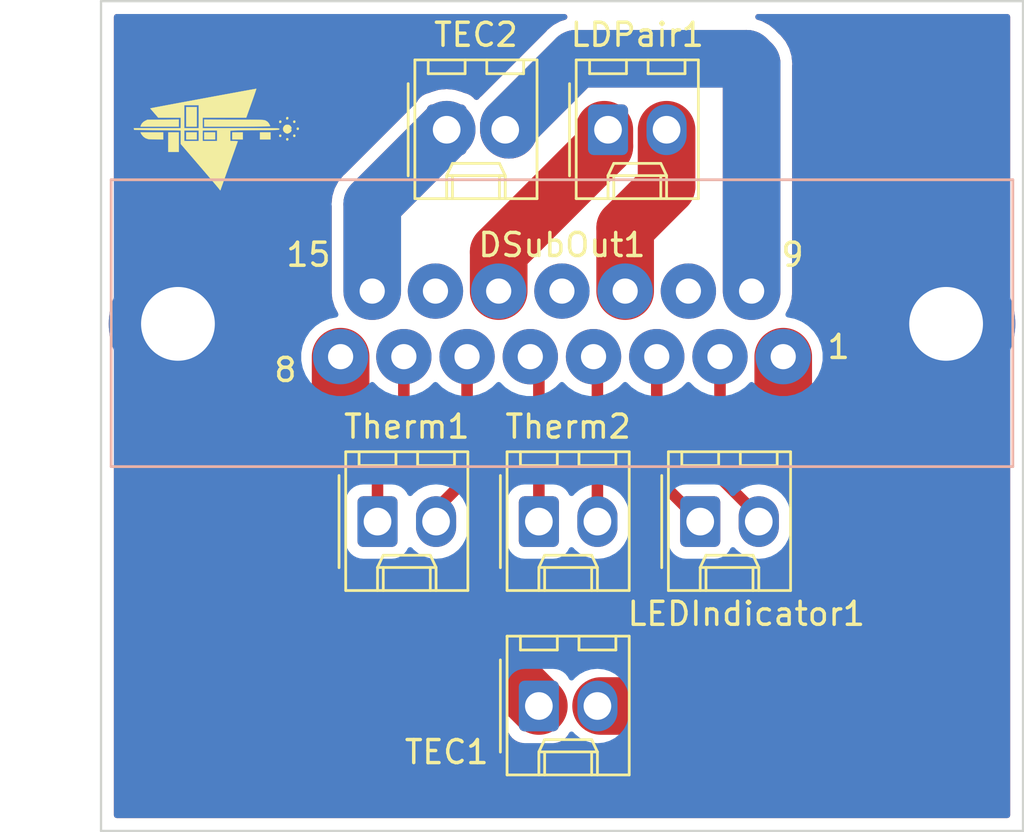
<source format=kicad_pcb>
(kicad_pcb (version 20171130) (host pcbnew "(5.1.2)-2")

  (general
    (thickness 1.6)
    (drawings 10)
    (tracks 50)
    (zones 0)
    (modules 9)
    (nets 17)
  )

  (page A4)
  (layers
    (0 F.Cu signal)
    (31 B.Cu signal)
    (32 B.Adhes user)
    (33 F.Adhes user)
    (34 B.Paste user)
    (35 F.Paste user)
    (36 B.SilkS user)
    (37 F.SilkS user)
    (38 B.Mask user)
    (39 F.Mask user)
    (40 Dwgs.User user)
    (41 Cmts.User user)
    (42 Eco1.User user)
    (43 Eco2.User user)
    (44 Edge.Cuts user)
    (45 Margin user)
    (46 B.CrtYd user)
    (47 F.CrtYd user)
    (48 B.Fab user)
    (49 F.Fab user)
  )

  (setup
    (last_trace_width 0.5)
    (user_trace_width 0.5)
    (user_trace_width 2.5)
    (user_trace_width 3)
    (trace_clearance 0.2)
    (zone_clearance 0.508)
    (zone_45_only no)
    (trace_min 0.2)
    (via_size 0.8)
    (via_drill 0.4)
    (via_min_size 0.4)
    (via_min_drill 0.3)
    (user_via 2 1)
    (user_via 3.81 3.2004)
    (user_via 4 3.2)
    (uvia_size 0.3)
    (uvia_drill 0.1)
    (uvias_allowed no)
    (uvia_min_size 0.2)
    (uvia_min_drill 0.1)
    (edge_width 0.05)
    (segment_width 0.2)
    (pcb_text_width 0.3)
    (pcb_text_size 1.5 1.5)
    (mod_edge_width 0.12)
    (mod_text_size 1 1)
    (mod_text_width 0.15)
    (pad_size 1.524 1.524)
    (pad_drill 0.762)
    (pad_to_mask_clearance 0.051)
    (solder_mask_min_width 0.25)
    (aux_axis_origin 135.9746 89.4224)
    (grid_origin 53.00472 53.42128)
    (visible_elements 7FFFFFFF)
    (pcbplotparams
      (layerselection 0x010f0_ffffffff)
      (usegerberextensions true)
      (usegerberattributes false)
      (usegerberadvancedattributes false)
      (creategerberjobfile false)
      (excludeedgelayer true)
      (linewidth 0.100000)
      (plotframeref false)
      (viasonmask false)
      (mode 1)
      (useauxorigin false)
      (hpglpennumber 1)
      (hpglpenspeed 20)
      (hpglpendiameter 15.000000)
      (psnegative false)
      (psa4output false)
      (plotreference true)
      (plotvalue true)
      (plotinvisibletext false)
      (padsonsilk false)
      (subtractmaskfromsilk false)
      (outputformat 1)
      (mirror false)
      (drillshape 0)
      (scaleselection 1)
      (outputdirectory "./"))
  )

  (net 0 "")
  (net 1 GND)
  (net 2 /TEC2-)
  (net 3 /LD-)
  (net 4 /LD+)
  (net 5 /TEC2+)
  (net 6 /TEC1-)
  (net 7 /LEDInd-)
  (net 8 /LEDInd+)
  (net 9 /Therm2-)
  (net 10 /Therm2+)
  (net 11 /Therm1-)
  (net 12 /Therm1+)
  (net 13 /TEC1+)
  (net 14 "Net-(DSubOut1-Pad10)")
  (net 15 "Net-(DSubOut1-Pad12)")
  (net 16 "Net-(DSubOut1-Pad14)")

  (net_class Default "This is the default net class."
    (clearance 0.2)
    (trace_width 0.25)
    (via_dia 0.8)
    (via_drill 0.4)
    (uvia_dia 0.3)
    (uvia_drill 0.1)
    (add_net /LD+)
    (add_net /LD-)
    (add_net /LEDInd+)
    (add_net /LEDInd-)
    (add_net /TEC1+)
    (add_net /TEC1-)
    (add_net /TEC2+)
    (add_net /TEC2-)
    (add_net /Therm1+)
    (add_net /Therm1-)
    (add_net /Therm2+)
    (add_net /Therm2-)
    (add_net GND)
    (add_net "Net-(DSubOut1-Pad10)")
    (add_net "Net-(DSubOut1-Pad12)")
    (add_net "Net-(DSubOut1-Pad14)")
  )

  (module MyFootprints:Mountinghole (layer F.Cu) (tedit 5DFA669C) (tstamp 5DFAC472)
    (at 36.34232 53.42128)
    (path /5DFA9D14)
    (zone_connect 2)
    (fp_text reference J1 (at 0 0.5) (layer F.SilkS)
      (effects (font (size 1 1) (thickness 0.15)))
    )
    (fp_text value Conn_01x01_Female (at 0 -0.5) (layer F.Fab)
      (effects (font (size 1 1) (thickness 0.15)))
    )
    (pad 1 thru_hole circle (at 0 0) (size 6 6) (drill 3.2) (layers *.Cu *.Mask)
      (net 1 GND) (zone_connect 2))
  )

  (module MyFootprints:Dsub15pin (layer F.Cu) (tedit 5DF10A79) (tstamp 5DF0D13F)
    (at 53 52)
    (path /5DF0C624)
    (fp_text reference DSubOut1 (at 0 -2) (layer F.SilkS)
      (effects (font (size 1 1) (thickness 0.15)))
    )
    (fp_text value Conn_01x15_Female (at 0 -0.5) (layer F.Fab)
      (effects (font (size 1 1) (thickness 0.15)))
    )
    (fp_line (start -19.55428 -4.8308) (end 19.56172 -4.8308) (layer B.SilkS) (width 0.12))
    (fp_line (start 19.56172 -4.8308) (end 19.56172 7.6152) (layer B.SilkS) (width 0.12))
    (fp_line (start -19.55428 7.6152) (end -19.55428 -4.8308) (layer B.SilkS) (width 0.12))
    (fp_line (start 19.56172 7.6152) (end -19.55428 7.6152) (layer B.SilkS) (width 0.12))
    (fp_line (start -19.558 -4.826) (end 19.558 -4.826) (layer B.CrtYd) (width 0.12))
    (fp_line (start -19.558 7.62) (end -19.558 -4.826) (layer B.CrtYd) (width 0.12))
    (fp_line (start 19.558 7.62) (end -19.558 7.62) (layer B.CrtYd) (width 0.12))
    (fp_line (start 19.558 -4.826) (end 19.558 7.62) (layer B.CrtYd) (width 0.12))
    (fp_circle (center 16.6624 1.4224) (end 18.2626 1.4224) (layer B.CrtYd) (width 0.12))
    (fp_circle (center -16.6624 1.4224) (end -15.0622 1.4224) (layer B.CrtYd) (width 0.12))
    (pad 9 thru_hole circle (at 8.2296 0) (size 2.4 2.4) (drill 1.0922) (layers *.Cu *.Mask)
      (net 2 /TEC2-))
    (pad 10 thru_hole circle (at 5.4864 0) (size 2.4 2.4) (drill 1.0922) (layers *.Cu *.Mask)
      (net 14 "Net-(DSubOut1-Pad10)"))
    (pad 11 thru_hole circle (at 2.7432 0) (size 2.4 2.4) (drill 1.0922) (layers *.Cu *.Mask)
      (net 3 /LD-))
    (pad 12 thru_hole circle (at 0 0) (size 2.4 2.4) (drill 1.0922) (layers *.Cu *.Mask)
      (net 15 "Net-(DSubOut1-Pad12)"))
    (pad 13 thru_hole circle (at -2.7432 0) (size 2.4 2.4) (drill 1.0922) (layers *.Cu *.Mask)
      (net 4 /LD+))
    (pad 14 thru_hole circle (at -5.4864 0) (size 2.4 2.4) (drill 1.0922) (layers *.Cu *.Mask)
      (net 16 "Net-(DSubOut1-Pad14)"))
    (pad 15 thru_hole circle (at -8.2296 0) (size 2.4 2.4) (drill 1.0922) (layers *.Cu *.Mask)
      (net 5 /TEC2+))
    (pad 1 thru_hole circle (at 9.6012 2.8448) (size 2.4 2.4) (drill 1.0922) (layers *.Cu *.Mask)
      (net 6 /TEC1-))
    (pad 2 thru_hole circle (at 6.858 2.8448) (size 2.4 2.4) (drill 1.0922) (layers *.Cu *.Mask)
      (net 7 /LEDInd-))
    (pad 3 thru_hole circle (at 4.1148 2.8448) (size 2.4 2.4) (drill 1.0922) (layers *.Cu *.Mask)
      (net 8 /LEDInd+))
    (pad 4 thru_hole circle (at 1.3716 2.8448) (size 2.4 2.4) (drill 1.0922) (layers *.Cu *.Mask)
      (net 9 /Therm2-))
    (pad 5 thru_hole circle (at -1.3716 2.8448) (size 2.4 2.4) (drill 1.0922) (layers *.Cu *.Mask)
      (net 10 /Therm2+))
    (pad 6 thru_hole circle (at -4.1148 2.8448) (size 2.4 2.4) (drill 1.0922) (layers *.Cu *.Mask)
      (net 11 /Therm1-))
    (pad 7 thru_hole circle (at -6.858 2.8448) (size 2.4 2.4) (drill 1.0922) (layers *.Cu *.Mask)
      (net 12 /Therm1+))
    (pad 8 thru_hole circle (at -9.6012 2.8448) (size 2.4 2.4) (drill 1.0922) (layers *.Cu *.Mask)
      (net 13 /TEC1+))
    (model "R:/Cuprite/CAD/Innolume laser design/Electronics box/171-015-213.STEP"
      (offset (xyz -19.6 4.88 -9))
      (scale (xyz 1 1 1))
      (rotate (xyz 180 0 0))
    )
  )

  (module MyFootprints:QLMLogo (layer F.Cu) (tedit 0) (tstamp 5DF15872)
    (at 38.00472 45.42128)
    (fp_text reference G*** (at 0 0) (layer F.SilkS) hide
      (effects (font (size 1.524 1.524) (thickness 0.3)))
    )
    (fp_text value LOGO (at 0.75 0) (layer F.SilkS) hide
      (effects (font (size 1.524 1.524) (thickness 0.3)))
    )
    (fp_poly (pts (xy 1.735721 -2.198458) (xy 1.73368 -2.184751) (xy 1.722822 -2.147505) (xy 1.702814 -2.085761)
      (xy 1.673321 -1.998559) (xy 1.634012 -1.88494) (xy 1.584552 -1.743946) (xy 1.524608 -1.574617)
      (xy 1.453846 -1.375995) (xy 1.371934 -1.14712) (xy 1.317281 -0.994834) (xy 1.300554 -0.948267)
      (xy -0.592666 -0.948267) (xy -0.592666 -0.491067) (xy 1.064988 -0.491067) (xy 1.344136 -0.491007)
      (xy 1.591263 -0.490808) (xy 1.808216 -0.490446) (xy 1.996843 -0.489894) (xy 2.158988 -0.489127)
      (xy 2.2965 -0.488118) (xy 2.411223 -0.486841) (xy 2.505006 -0.485272) (xy 2.579694 -0.483384)
      (xy 2.637133 -0.48115) (xy 2.67917 -0.478547) (xy 2.707652 -0.475546) (xy 2.724424 -0.472123)
      (xy 2.731334 -0.468252) (xy 2.731599 -0.467731) (xy 2.735626 -0.452922) (xy 2.733386 -0.440702)
      (xy 2.722026 -0.430822) (xy 2.698696 -0.423036) (xy 2.660544 -0.417096) (xy 2.604719 -0.412755)
      (xy 2.528369 -0.409764) (xy 2.428643 -0.407877) (xy 2.30269 -0.406846) (xy 2.147658 -0.406424)
      (xy 2.02438 -0.406359) (xy 1.857031 -0.406045) (xy 1.684028 -0.405172) (xy 1.512076 -0.403811)
      (xy 1.347878 -0.402033) (xy 1.198137 -0.39991) (xy 1.069559 -0.397514) (xy 0.9779 -0.395196)
      (xy 0.6096 -0.384074) (xy 0.6096 0.067733) (xy 0.770467 0.067733) (xy 0.839592 0.068836)
      (xy 0.893838 0.071801) (xy 0.925851 0.076112) (xy 0.931334 0.079033) (xy 0.925785 0.096528)
      (xy 0.909774 0.143208) (xy 0.884255 0.216373) (xy 0.850182 0.313322) (xy 0.808509 0.431357)
      (xy 0.760189 0.567776) (xy 0.706176 0.719881) (xy 0.647424 0.88497) (xy 0.584887 1.060345)
      (xy 0.564944 1.116199) (xy 0.501015 1.29528) (xy 0.440226 1.465727) (xy 0.383576 1.624731)
      (xy 0.332062 1.769482) (xy 0.286682 1.89717) (xy 0.248437 2.004985) (xy 0.218322 2.090119)
      (xy 0.197338 2.149761) (xy 0.186481 2.181101) (xy 0.1854 2.1844) (xy 0.17555 2.208557)
      (xy 0.170789 2.206523) (xy 0.159776 2.190769) (xy 0.128331 2.151371) (xy 0.078144 2.09033)
      (xy 0.0109 2.009647) (xy -0.071712 1.911323) (xy -0.168004 1.79736) (xy -0.276289 1.66976)
      (xy -0.39488 1.530524) (xy -0.522088 1.381652) (xy -0.656225 1.225148) (xy -0.6858 1.190704)
      (xy -1.540933 0.195094) (xy -1.540933 -0.389467) (xy -1.388533 -0.389467) (xy -1.388533 0.067733)
      (xy -0.762 0.067733) (xy -0.762 -0.389467) (xy -0.592666 -0.389467) (xy -0.592666 0.067733)
      (xy 0.033867 0.067733) (xy 0.033867 -0.389467) (xy -0.592666 -0.389467) (xy -0.762 -0.389467)
      (xy -1.388533 -0.389467) (xy -1.540933 -0.389467) (xy -1.697567 -0.391853) (xy -1.745786 -0.392534)
      (xy -1.823853 -0.393567) (xy -1.92775 -0.394904) (xy -2.053461 -0.396494) (xy -2.196969 -0.398285)
      (xy -2.354257 -0.400229) (xy -2.521308 -0.402274) (xy -2.694105 -0.40437) (xy -2.709333 -0.404553)
      (xy -3.564466 -0.414867) (xy -3.569878 -0.452967) (xy -3.575289 -0.491067) (xy -1.540933 -0.491067)
      (xy -1.540933 -0.948267) (xy -2.519768 -0.948267) (xy -2.863402 -1.345809) (xy -2.816001 -1.357266)
      (xy -2.783941 -1.364088) (xy -2.722028 -1.376361) (xy -2.63259 -1.393655) (xy -2.517958 -1.415538)
      (xy -2.380459 -1.441582) (xy -2.222425 -1.471354) (xy -2.122344 -1.490134) (xy -1.388533 -1.490134)
      (xy -1.388533 -0.491067) (xy -0.762 -0.491067) (xy -0.762 -1.490134) (xy -1.388533 -1.490134)
      (xy -2.122344 -1.490134) (xy -2.046184 -1.504425) (xy -1.854065 -1.540364) (xy -1.648398 -1.57874)
      (xy -1.431512 -1.619124) (xy -1.205736 -1.661084) (xy -0.9734 -1.704191) (xy -0.736833 -1.748013)
      (xy -0.498365 -1.79212) (xy -0.260324 -1.836082) (xy -0.02504 -1.879469) (xy 0.205158 -1.921849)
      (xy 0.427939 -1.962793) (xy 0.640976 -2.001869) (xy 0.841938 -2.038648) (xy 1.028497 -2.072699)
      (xy 1.198323 -2.103591) (xy 1.349086 -2.130894) (xy 1.478457 -2.154177) (xy 1.584108 -2.173011)
      (xy 1.663708 -2.186964) (xy 1.714929 -2.195606) (xy 1.735441 -2.198506) (xy 1.735721 -2.198458)) (layer F.SilkS) (width 0.01))
    (fp_poly (pts (xy -1.6256 0.541866) (xy -2.0828 0.541866) (xy -2.0828 -0.304801) (xy -1.6256 -0.304801)
      (xy -1.6256 0.541866)) (layer F.SilkS) (width 0.01))
    (fp_poly (pts (xy 3.126484 -0.035911) (xy 3.132667 -0.008467) (xy 3.122258 0.022198) (xy 3.099163 0.045572)
      (xy 3.076249 0.049463) (xy 3.060583 0.042969) (xy 3.052233 0.039585) (xy 3.034725 0.017268)
      (xy 3.032572 -0.017786) (xy 3.045027 -0.04852) (xy 3.056467 -0.056924) (xy 3.098528 -0.059505)
      (xy 3.126484 -0.035911)) (layer F.SilkS) (width 0.01))
    (fp_poly (pts (xy -2.302933 0) (xy -2.595033 -0.001856) (xy -2.696831 -0.003285) (xy -2.79197 -0.006055)
      (xy -2.873085 -0.009844) (xy -2.932811 -0.01433) (xy -2.957806 -0.017685) (xy -3.068874 -0.056298)
      (xy -3.164133 -0.123445) (xy -3.239294 -0.215812) (xy -3.258206 -0.249767) (xy -3.285936 -0.304801)
      (xy -2.302933 -0.304801) (xy -2.302933 0)) (layer F.SilkS) (width 0.01))
    (fp_poly (pts (xy 1.151467 0) (xy 0.694267 0) (xy 0.694267 -0.304801) (xy 1.151467 -0.304801)
      (xy 1.151467 0)) (layer F.SilkS) (width 0.01))
    (fp_poly (pts (xy 2.353734 0) (xy 1.896534 0) (xy 1.896534 -0.304801) (xy 2.353734 -0.304801)
      (xy 2.353734 0)) (layer F.SilkS) (width 0.01))
    (fp_poly (pts (xy 2.820283 -0.189394) (xy 2.82455 -0.154615) (xy 2.807945 -0.116574) (xy 2.772904 -0.105948)
      (xy 2.747434 -0.11262) (xy 2.729906 -0.135166) (xy 2.727797 -0.170356) (xy 2.74036 -0.201078)
      (xy 2.751667 -0.209324) (xy 2.794137 -0.212696) (xy 2.820283 -0.189394)) (layer F.SilkS) (width 0.01))
    (fp_poly (pts (xy 3.429883 -0.189394) (xy 3.43415 -0.154615) (xy 3.417545 -0.116574) (xy 3.382504 -0.105948)
      (xy 3.357033 -0.11262) (xy 3.339506 -0.135166) (xy 3.337397 -0.170356) (xy 3.34996 -0.201078)
      (xy 3.361267 -0.209324) (xy 3.403737 -0.212696) (xy 3.429883 -0.189394)) (layer F.SilkS) (width 0.01))
    (fp_poly (pts (xy 3.137562 -0.632262) (xy 3.174355 -0.620064) (xy 3.207031 -0.592431) (xy 3.218723 -0.5797)
      (xy 3.258094 -0.525732) (xy 3.267119 -0.486114) (xy 3.245809 -0.461125) (xy 3.2131 -0.452517)
      (xy 3.158067 -0.445687) (xy 3.2131 -0.442977) (xy 3.25447 -0.433472) (xy 3.267558 -0.408884)
      (xy 3.252988 -0.366868) (xy 3.239272 -0.344228) (xy 3.201361 -0.306353) (xy 3.147492 -0.273796)
      (xy 3.09364 -0.255493) (xy 3.078177 -0.254105) (xy 3.048939 -0.261492) (xy 3.007847 -0.27924)
      (xy 3.005667 -0.280352) (xy 2.940693 -0.3298) (xy 2.902883 -0.393276) (xy 2.893601 -0.464049)
      (xy 2.914211 -0.535391) (xy 2.945011 -0.5797) (xy 2.97943 -0.613375) (xy 3.01335 -0.62975)
      (xy 3.061557 -0.6348) (xy 3.081867 -0.635) (xy 3.137562 -0.632262)) (layer F.SilkS) (width 0.01))
    (fp_poly (pts (xy 3.582283 -0.494194) (xy 3.58655 -0.459415) (xy 3.569945 -0.421374) (xy 3.534904 -0.410748)
      (xy 3.509433 -0.41742) (xy 3.491906 -0.439966) (xy 3.489797 -0.475156) (xy 3.50236 -0.505878)
      (xy 3.513667 -0.514124) (xy 3.556137 -0.517496) (xy 3.582283 -0.494194)) (layer F.SilkS) (width 0.01))
    (fp_poly (pts (xy -1.6256 -0.558801) (xy -3.287349 -0.558801) (xy -3.276095 -0.596901) (xy -3.232092 -0.68733)
      (xy -3.159226 -0.762359) (xy -3.086963 -0.806899) (xy -2.988733 -0.855134) (xy -2.307166 -0.860253)
      (xy -1.6256 -0.865372) (xy -1.6256 -0.558801)) (layer F.SilkS) (width 0.01))
    (fp_poly (pts (xy 0.766234 -0.859969) (xy 1.007088 -0.859025) (xy 1.216425 -0.858083) (xy 1.396593 -0.85708)
      (xy 1.54994 -0.855956) (xy 1.678816 -0.85465) (xy 1.78557 -0.8531) (xy 1.87255 -0.851247)
      (xy 1.942105 -0.849028) (xy 1.996583 -0.846383) (xy 2.038334 -0.84325) (xy 2.069707 -0.83957)
      (xy 2.09305 -0.83528) (xy 2.110711 -0.830321) (xy 2.124902 -0.824692) (xy 2.178114 -0.796094)
      (xy 2.224611 -0.763736) (xy 2.232384 -0.756959) (xy 2.263879 -0.719968) (xy 2.2963 -0.670562)
      (xy 2.322728 -0.620704) (xy 2.336245 -0.582356) (xy 2.3368 -0.576408) (xy 2.322216 -0.572876)
      (xy 2.278129 -0.569755) (xy 2.204035 -0.567038) (xy 2.099432 -0.564719) (xy 1.963815 -0.562792)
      (xy 1.796683 -0.561251) (xy 1.597531 -0.560089) (xy 1.365856 -0.559301) (xy 1.101156 -0.55888)
      (xy 0.905934 -0.558801) (xy -0.524933 -0.558801) (xy -0.524933 -0.864803) (xy 0.766234 -0.859969)) (layer F.SilkS) (width 0.01))
    (fp_poly (pts (xy 2.821684 -0.797911) (xy 2.827867 -0.770467) (xy 2.815204 -0.735507) (xy 2.785668 -0.714201)
      (xy 2.751939 -0.713287) (xy 2.737556 -0.722489) (xy 2.726368 -0.75213) (xy 2.730386 -0.789511)
      (xy 2.746937 -0.816365) (xy 2.751667 -0.818924) (xy 2.793728 -0.821505) (xy 2.821684 -0.797911)) (layer F.SilkS) (width 0.01))
    (fp_poly (pts (xy 3.429883 -0.798994) (xy 3.43415 -0.764215) (xy 3.417545 -0.726174) (xy 3.382504 -0.715548)
      (xy 3.357033 -0.72222) (xy 3.339506 -0.744766) (xy 3.337397 -0.779956) (xy 3.34996 -0.810678)
      (xy 3.361267 -0.818924) (xy 3.403737 -0.822296) (xy 3.429883 -0.798994)) (layer F.SilkS) (width 0.01))
    (fp_poly (pts (xy 3.125089 -0.951353) (xy 3.12935 -0.916471) (xy 3.113108 -0.882255) (xy 3.082346 -0.864195)
      (xy 3.050028 -0.868646) (xy 3.04307 -0.874175) (xy 3.031376 -0.904178) (xy 3.035056 -0.941711)
      (xy 3.051615 -0.968699) (xy 3.056467 -0.971324) (xy 3.098958 -0.9747) (xy 3.125089 -0.951353)) (layer F.SilkS) (width 0.01))
    (fp_poly (pts (xy -0.846666 0) (xy -1.303866 0) (xy -1.303866 -0.304801) (xy -0.846666 -0.304801)
      (xy -0.846666 0)) (layer F.SilkS) (width 0.01))
    (fp_poly (pts (xy -0.0508 0) (xy -0.524933 0) (xy -0.524933 -0.304801) (xy -0.0508 -0.304801)
      (xy -0.0508 0)) (layer F.SilkS) (width 0.01))
    (fp_poly (pts (xy -0.846666 -0.558801) (xy -1.303866 -0.558801) (xy -1.303866 -1.405467) (xy -0.846666 -1.405467)
      (xy -0.846666 -0.558801)) (layer F.SilkS) (width 0.01))
  )

  (module Connector_Molex:Molex_KK-254_AE-6410-02A_1x02_P2.54mm_Vertical (layer F.Cu) (tedit 5B78013E) (tstamp 5DF0D163)
    (at 55 45)
    (descr "Molex KK-254 Interconnect System, old/engineering part number: AE-6410-02A example for new part number: 22-27-2021, 2 Pins (http://www.molex.com/pdm_docs/sd/022272021_sd.pdf), generated with kicad-footprint-generator")
    (tags "connector Molex KK-254 side entry")
    (path /5DF0DF61)
    (fp_text reference LDPair1 (at 1.27 -4.12) (layer F.SilkS)
      (effects (font (size 1 1) (thickness 0.15)))
    )
    (fp_text value Conn_01x02_Male (at 1.27 4.08) (layer F.Fab)
      (effects (font (size 1 1) (thickness 0.15)))
    )
    (fp_line (start -1.27 -2.92) (end -1.27 2.88) (layer F.Fab) (width 0.1))
    (fp_line (start -1.27 2.88) (end 3.81 2.88) (layer F.Fab) (width 0.1))
    (fp_line (start 3.81 2.88) (end 3.81 -2.92) (layer F.Fab) (width 0.1))
    (fp_line (start 3.81 -2.92) (end -1.27 -2.92) (layer F.Fab) (width 0.1))
    (fp_line (start -1.38 -3.03) (end -1.38 2.99) (layer F.SilkS) (width 0.12))
    (fp_line (start -1.38 2.99) (end 3.92 2.99) (layer F.SilkS) (width 0.12))
    (fp_line (start 3.92 2.99) (end 3.92 -3.03) (layer F.SilkS) (width 0.12))
    (fp_line (start 3.92 -3.03) (end -1.38 -3.03) (layer F.SilkS) (width 0.12))
    (fp_line (start -1.67 -2) (end -1.67 2) (layer F.SilkS) (width 0.12))
    (fp_line (start -1.27 -0.5) (end -0.562893 0) (layer F.Fab) (width 0.1))
    (fp_line (start -0.562893 0) (end -1.27 0.5) (layer F.Fab) (width 0.1))
    (fp_line (start 0 2.99) (end 0 1.99) (layer F.SilkS) (width 0.12))
    (fp_line (start 0 1.99) (end 2.54 1.99) (layer F.SilkS) (width 0.12))
    (fp_line (start 2.54 1.99) (end 2.54 2.99) (layer F.SilkS) (width 0.12))
    (fp_line (start 0 1.99) (end 0.25 1.46) (layer F.SilkS) (width 0.12))
    (fp_line (start 0.25 1.46) (end 2.29 1.46) (layer F.SilkS) (width 0.12))
    (fp_line (start 2.29 1.46) (end 2.54 1.99) (layer F.SilkS) (width 0.12))
    (fp_line (start 0.25 2.99) (end 0.25 1.99) (layer F.SilkS) (width 0.12))
    (fp_line (start 2.29 2.99) (end 2.29 1.99) (layer F.SilkS) (width 0.12))
    (fp_line (start -0.8 -3.03) (end -0.8 -2.43) (layer F.SilkS) (width 0.12))
    (fp_line (start -0.8 -2.43) (end 0.8 -2.43) (layer F.SilkS) (width 0.12))
    (fp_line (start 0.8 -2.43) (end 0.8 -3.03) (layer F.SilkS) (width 0.12))
    (fp_line (start 1.74 -3.03) (end 1.74 -2.43) (layer F.SilkS) (width 0.12))
    (fp_line (start 1.74 -2.43) (end 3.34 -2.43) (layer F.SilkS) (width 0.12))
    (fp_line (start 3.34 -2.43) (end 3.34 -3.03) (layer F.SilkS) (width 0.12))
    (fp_line (start -1.77 -3.42) (end -1.77 3.38) (layer F.CrtYd) (width 0.05))
    (fp_line (start -1.77 3.38) (end 4.31 3.38) (layer F.CrtYd) (width 0.05))
    (fp_line (start 4.31 3.38) (end 4.31 -3.42) (layer F.CrtYd) (width 0.05))
    (fp_line (start 4.31 -3.42) (end -1.77 -3.42) (layer F.CrtYd) (width 0.05))
    (fp_text user %R (at 1.27 -2.22) (layer F.Fab)
      (effects (font (size 1 1) (thickness 0.15)))
    )
    (pad 1 thru_hole roundrect (at 0 0) (size 1.74 2.2) (drill 1.2) (layers *.Cu *.Mask) (roundrect_rratio 0.143678)
      (net 4 /LD+))
    (pad 2 thru_hole oval (at 2.54 0) (size 1.74 2.2) (drill 1.2) (layers *.Cu *.Mask)
      (net 3 /LD-))
    (model ${KISYS3DMOD}/Connector_Molex.3dshapes/Molex_KK-254_AE-6410-02A_1x02_P2.54mm_Vertical.wrl
      (at (xyz 0 0 0))
      (scale (xyz 1 1 1))
      (rotate (xyz 0 0 0))
    )
  )

  (module Connector_Molex:Molex_KK-254_AE-6410-02A_1x02_P2.54mm_Vertical (layer F.Cu) (tedit 5B78013E) (tstamp 5DF0D187)
    (at 59 62)
    (descr "Molex KK-254 Interconnect System, old/engineering part number: AE-6410-02A example for new part number: 22-27-2021, 2 Pins (http://www.molex.com/pdm_docs/sd/022272021_sd.pdf), generated with kicad-footprint-generator")
    (tags "connector Molex KK-254 side entry")
    (path /5DF1425C)
    (fp_text reference LEDIndicator1 (at 2 4) (layer F.SilkS)
      (effects (font (size 1 1) (thickness 0.15)))
    )
    (fp_text value Conn_01x02_Male (at 1.27 4.08) (layer F.Fab)
      (effects (font (size 1 1) (thickness 0.15)))
    )
    (fp_text user %R (at 1.27 -2.22) (layer F.Fab)
      (effects (font (size 1 1) (thickness 0.15)))
    )
    (fp_line (start 4.31 -3.42) (end -1.77 -3.42) (layer F.CrtYd) (width 0.05))
    (fp_line (start 4.31 3.38) (end 4.31 -3.42) (layer F.CrtYd) (width 0.05))
    (fp_line (start -1.77 3.38) (end 4.31 3.38) (layer F.CrtYd) (width 0.05))
    (fp_line (start -1.77 -3.42) (end -1.77 3.38) (layer F.CrtYd) (width 0.05))
    (fp_line (start 3.34 -2.43) (end 3.34 -3.03) (layer F.SilkS) (width 0.12))
    (fp_line (start 1.74 -2.43) (end 3.34 -2.43) (layer F.SilkS) (width 0.12))
    (fp_line (start 1.74 -3.03) (end 1.74 -2.43) (layer F.SilkS) (width 0.12))
    (fp_line (start 0.8 -2.43) (end 0.8 -3.03) (layer F.SilkS) (width 0.12))
    (fp_line (start -0.8 -2.43) (end 0.8 -2.43) (layer F.SilkS) (width 0.12))
    (fp_line (start -0.8 -3.03) (end -0.8 -2.43) (layer F.SilkS) (width 0.12))
    (fp_line (start 2.29 2.99) (end 2.29 1.99) (layer F.SilkS) (width 0.12))
    (fp_line (start 0.25 2.99) (end 0.25 1.99) (layer F.SilkS) (width 0.12))
    (fp_line (start 2.29 1.46) (end 2.54 1.99) (layer F.SilkS) (width 0.12))
    (fp_line (start 0.25 1.46) (end 2.29 1.46) (layer F.SilkS) (width 0.12))
    (fp_line (start 0 1.99) (end 0.25 1.46) (layer F.SilkS) (width 0.12))
    (fp_line (start 2.54 1.99) (end 2.54 2.99) (layer F.SilkS) (width 0.12))
    (fp_line (start 0 1.99) (end 2.54 1.99) (layer F.SilkS) (width 0.12))
    (fp_line (start 0 2.99) (end 0 1.99) (layer F.SilkS) (width 0.12))
    (fp_line (start -0.562893 0) (end -1.27 0.5) (layer F.Fab) (width 0.1))
    (fp_line (start -1.27 -0.5) (end -0.562893 0) (layer F.Fab) (width 0.1))
    (fp_line (start -1.67 -2) (end -1.67 2) (layer F.SilkS) (width 0.12))
    (fp_line (start 3.92 -3.03) (end -1.38 -3.03) (layer F.SilkS) (width 0.12))
    (fp_line (start 3.92 2.99) (end 3.92 -3.03) (layer F.SilkS) (width 0.12))
    (fp_line (start -1.38 2.99) (end 3.92 2.99) (layer F.SilkS) (width 0.12))
    (fp_line (start -1.38 -3.03) (end -1.38 2.99) (layer F.SilkS) (width 0.12))
    (fp_line (start 3.81 -2.92) (end -1.27 -2.92) (layer F.Fab) (width 0.1))
    (fp_line (start 3.81 2.88) (end 3.81 -2.92) (layer F.Fab) (width 0.1))
    (fp_line (start -1.27 2.88) (end 3.81 2.88) (layer F.Fab) (width 0.1))
    (fp_line (start -1.27 -2.92) (end -1.27 2.88) (layer F.Fab) (width 0.1))
    (pad 2 thru_hole oval (at 2.54 0) (size 1.74 2.2) (drill 1.2) (layers *.Cu *.Mask)
      (net 7 /LEDInd-))
    (pad 1 thru_hole roundrect (at 0 0) (size 1.74 2.2) (drill 1.2) (layers *.Cu *.Mask) (roundrect_rratio 0.143678)
      (net 8 /LEDInd+))
    (model ${KISYS3DMOD}/Connector_Molex.3dshapes/Molex_KK-254_AE-6410-02A_1x02_P2.54mm_Vertical.wrl
      (at (xyz 0 0 0))
      (scale (xyz 1 1 1))
      (rotate (xyz 0 0 0))
    )
  )

  (module Connector_Molex:Molex_KK-254_AE-6410-02A_1x02_P2.54mm_Vertical (layer F.Cu) (tedit 5B78013E) (tstamp 5DF0D1AB)
    (at 52 70)
    (descr "Molex KK-254 Interconnect System, old/engineering part number: AE-6410-02A example for new part number: 22-27-2021, 2 Pins (http://www.molex.com/pdm_docs/sd/022272021_sd.pdf), generated with kicad-footprint-generator")
    (tags "connector Molex KK-254 side entry")
    (path /5DF1292C)
    (fp_text reference TEC1 (at -4 2) (layer F.SilkS)
      (effects (font (size 1 1) (thickness 0.15)))
    )
    (fp_text value Conn_01x02_Male (at 1.27 4.08) (layer F.Fab)
      (effects (font (size 1 1) (thickness 0.15)))
    )
    (fp_text user %R (at 1.27 -2.22) (layer F.Fab)
      (effects (font (size 1 1) (thickness 0.15)))
    )
    (fp_line (start 4.31 -3.42) (end -1.77 -3.42) (layer F.CrtYd) (width 0.05))
    (fp_line (start 4.31 3.38) (end 4.31 -3.42) (layer F.CrtYd) (width 0.05))
    (fp_line (start -1.77 3.38) (end 4.31 3.38) (layer F.CrtYd) (width 0.05))
    (fp_line (start -1.77 -3.42) (end -1.77 3.38) (layer F.CrtYd) (width 0.05))
    (fp_line (start 3.34 -2.43) (end 3.34 -3.03) (layer F.SilkS) (width 0.12))
    (fp_line (start 1.74 -2.43) (end 3.34 -2.43) (layer F.SilkS) (width 0.12))
    (fp_line (start 1.74 -3.03) (end 1.74 -2.43) (layer F.SilkS) (width 0.12))
    (fp_line (start 0.8 -2.43) (end 0.8 -3.03) (layer F.SilkS) (width 0.12))
    (fp_line (start -0.8 -2.43) (end 0.8 -2.43) (layer F.SilkS) (width 0.12))
    (fp_line (start -0.8 -3.03) (end -0.8 -2.43) (layer F.SilkS) (width 0.12))
    (fp_line (start 2.29 2.99) (end 2.29 1.99) (layer F.SilkS) (width 0.12))
    (fp_line (start 0.25 2.99) (end 0.25 1.99) (layer F.SilkS) (width 0.12))
    (fp_line (start 2.29 1.46) (end 2.54 1.99) (layer F.SilkS) (width 0.12))
    (fp_line (start 0.25 1.46) (end 2.29 1.46) (layer F.SilkS) (width 0.12))
    (fp_line (start 0 1.99) (end 0.25 1.46) (layer F.SilkS) (width 0.12))
    (fp_line (start 2.54 1.99) (end 2.54 2.99) (layer F.SilkS) (width 0.12))
    (fp_line (start 0 1.99) (end 2.54 1.99) (layer F.SilkS) (width 0.12))
    (fp_line (start 0 2.99) (end 0 1.99) (layer F.SilkS) (width 0.12))
    (fp_line (start -0.562893 0) (end -1.27 0.5) (layer F.Fab) (width 0.1))
    (fp_line (start -1.27 -0.5) (end -0.562893 0) (layer F.Fab) (width 0.1))
    (fp_line (start -1.67 -2) (end -1.67 2) (layer F.SilkS) (width 0.12))
    (fp_line (start 3.92 -3.03) (end -1.38 -3.03) (layer F.SilkS) (width 0.12))
    (fp_line (start 3.92 2.99) (end 3.92 -3.03) (layer F.SilkS) (width 0.12))
    (fp_line (start -1.38 2.99) (end 3.92 2.99) (layer F.SilkS) (width 0.12))
    (fp_line (start -1.38 -3.03) (end -1.38 2.99) (layer F.SilkS) (width 0.12))
    (fp_line (start 3.81 -2.92) (end -1.27 -2.92) (layer F.Fab) (width 0.1))
    (fp_line (start 3.81 2.88) (end 3.81 -2.92) (layer F.Fab) (width 0.1))
    (fp_line (start -1.27 2.88) (end 3.81 2.88) (layer F.Fab) (width 0.1))
    (fp_line (start -1.27 -2.92) (end -1.27 2.88) (layer F.Fab) (width 0.1))
    (pad 2 thru_hole oval (at 2.54 0) (size 1.74 2.2) (drill 1.2) (layers *.Cu *.Mask)
      (net 6 /TEC1-))
    (pad 1 thru_hole roundrect (at 0 0) (size 1.74 2.2) (drill 1.2) (layers *.Cu *.Mask) (roundrect_rratio 0.143678)
      (net 13 /TEC1+))
    (model ${KISYS3DMOD}/Connector_Molex.3dshapes/Molex_KK-254_AE-6410-02A_1x02_P2.54mm_Vertical.wrl
      (at (xyz 0 0 0))
      (scale (xyz 1 1 1))
      (rotate (xyz 0 0 0))
    )
  )

  (module Connector_Molex:Molex_KK-254_AE-6410-02A_1x02_P2.54mm_Vertical (layer F.Cu) (tedit 5B78013E) (tstamp 5DF0D1CF)
    (at 48 45)
    (descr "Molex KK-254 Interconnect System, old/engineering part number: AE-6410-02A example for new part number: 22-27-2021, 2 Pins (http://www.molex.com/pdm_docs/sd/022272021_sd.pdf), generated with kicad-footprint-generator")
    (tags "connector Molex KK-254 side entry")
    (path /5DF133B6)
    (fp_text reference TEC2 (at 1.27 -4.12) (layer F.SilkS)
      (effects (font (size 1 1) (thickness 0.15)))
    )
    (fp_text value Conn_01x02_Male (at 1.27 4.08) (layer F.Fab)
      (effects (font (size 1 1) (thickness 0.15)))
    )
    (fp_text user %R (at 1.27 -2.22) (layer F.Fab)
      (effects (font (size 1 1) (thickness 0.15)))
    )
    (fp_line (start 4.31 -3.42) (end -1.77 -3.42) (layer F.CrtYd) (width 0.05))
    (fp_line (start 4.31 3.38) (end 4.31 -3.42) (layer F.CrtYd) (width 0.05))
    (fp_line (start -1.77 3.38) (end 4.31 3.38) (layer F.CrtYd) (width 0.05))
    (fp_line (start -1.77 -3.42) (end -1.77 3.38) (layer F.CrtYd) (width 0.05))
    (fp_line (start 3.34 -2.43) (end 3.34 -3.03) (layer F.SilkS) (width 0.12))
    (fp_line (start 1.74 -2.43) (end 3.34 -2.43) (layer F.SilkS) (width 0.12))
    (fp_line (start 1.74 -3.03) (end 1.74 -2.43) (layer F.SilkS) (width 0.12))
    (fp_line (start 0.8 -2.43) (end 0.8 -3.03) (layer F.SilkS) (width 0.12))
    (fp_line (start -0.8 -2.43) (end 0.8 -2.43) (layer F.SilkS) (width 0.12))
    (fp_line (start -0.8 -3.03) (end -0.8 -2.43) (layer F.SilkS) (width 0.12))
    (fp_line (start 2.29 2.99) (end 2.29 1.99) (layer F.SilkS) (width 0.12))
    (fp_line (start 0.25 2.99) (end 0.25 1.99) (layer F.SilkS) (width 0.12))
    (fp_line (start 2.29 1.46) (end 2.54 1.99) (layer F.SilkS) (width 0.12))
    (fp_line (start 0.25 1.46) (end 2.29 1.46) (layer F.SilkS) (width 0.12))
    (fp_line (start 0 1.99) (end 0.25 1.46) (layer F.SilkS) (width 0.12))
    (fp_line (start 2.54 1.99) (end 2.54 2.99) (layer F.SilkS) (width 0.12))
    (fp_line (start 0 1.99) (end 2.54 1.99) (layer F.SilkS) (width 0.12))
    (fp_line (start 0 2.99) (end 0 1.99) (layer F.SilkS) (width 0.12))
    (fp_line (start -0.562893 0) (end -1.27 0.5) (layer F.Fab) (width 0.1))
    (fp_line (start -1.27 -0.5) (end -0.562893 0) (layer F.Fab) (width 0.1))
    (fp_line (start -1.67 -2) (end -1.67 2) (layer F.SilkS) (width 0.12))
    (fp_line (start 3.92 -3.03) (end -1.38 -3.03) (layer F.SilkS) (width 0.12))
    (fp_line (start 3.92 2.99) (end 3.92 -3.03) (layer F.SilkS) (width 0.12))
    (fp_line (start -1.38 2.99) (end 3.92 2.99) (layer F.SilkS) (width 0.12))
    (fp_line (start -1.38 -3.03) (end -1.38 2.99) (layer F.SilkS) (width 0.12))
    (fp_line (start 3.81 -2.92) (end -1.27 -2.92) (layer F.Fab) (width 0.1))
    (fp_line (start 3.81 2.88) (end 3.81 -2.92) (layer F.Fab) (width 0.1))
    (fp_line (start -1.27 2.88) (end 3.81 2.88) (layer F.Fab) (width 0.1))
    (fp_line (start -1.27 -2.92) (end -1.27 2.88) (layer F.Fab) (width 0.1))
    (pad 2 thru_hole oval (at 2.54 0) (size 1.74 2.2) (drill 1.2) (layers *.Cu *.Mask)
      (net 2 /TEC2-))
    (pad 1 thru_hole roundrect (at 0 0) (size 1.74 2.2) (drill 1.2) (layers *.Cu *.Mask) (roundrect_rratio 0.143678)
      (net 5 /TEC2+))
    (model ${KISYS3DMOD}/Connector_Molex.3dshapes/Molex_KK-254_AE-6410-02A_1x02_P2.54mm_Vertical.wrl
      (at (xyz 0 0 0))
      (scale (xyz 1 1 1))
      (rotate (xyz 0 0 0))
    )
  )

  (module Connector_Molex:Molex_KK-254_AE-6410-02A_1x02_P2.54mm_Vertical (layer F.Cu) (tedit 5B78013E) (tstamp 5DF0D1F3)
    (at 45 62)
    (descr "Molex KK-254 Interconnect System, old/engineering part number: AE-6410-02A example for new part number: 22-27-2021, 2 Pins (http://www.molex.com/pdm_docs/sd/022272021_sd.pdf), generated with kicad-footprint-generator")
    (tags "connector Molex KK-254 side entry")
    (path /5DF12EE9)
    (fp_text reference Therm1 (at 1.27 -4.12) (layer F.SilkS)
      (effects (font (size 1 1) (thickness 0.15)))
    )
    (fp_text value Conn_01x02_Male (at 1.27 4.08) (layer F.Fab)
      (effects (font (size 1 1) (thickness 0.15)))
    )
    (fp_line (start -1.27 -2.92) (end -1.27 2.88) (layer F.Fab) (width 0.1))
    (fp_line (start -1.27 2.88) (end 3.81 2.88) (layer F.Fab) (width 0.1))
    (fp_line (start 3.81 2.88) (end 3.81 -2.92) (layer F.Fab) (width 0.1))
    (fp_line (start 3.81 -2.92) (end -1.27 -2.92) (layer F.Fab) (width 0.1))
    (fp_line (start -1.38 -3.03) (end -1.38 2.99) (layer F.SilkS) (width 0.12))
    (fp_line (start -1.38 2.99) (end 3.92 2.99) (layer F.SilkS) (width 0.12))
    (fp_line (start 3.92 2.99) (end 3.92 -3.03) (layer F.SilkS) (width 0.12))
    (fp_line (start 3.92 -3.03) (end -1.38 -3.03) (layer F.SilkS) (width 0.12))
    (fp_line (start -1.67 -2) (end -1.67 2) (layer F.SilkS) (width 0.12))
    (fp_line (start -1.27 -0.5) (end -0.562893 0) (layer F.Fab) (width 0.1))
    (fp_line (start -0.562893 0) (end -1.27 0.5) (layer F.Fab) (width 0.1))
    (fp_line (start 0 2.99) (end 0 1.99) (layer F.SilkS) (width 0.12))
    (fp_line (start 0 1.99) (end 2.54 1.99) (layer F.SilkS) (width 0.12))
    (fp_line (start 2.54 1.99) (end 2.54 2.99) (layer F.SilkS) (width 0.12))
    (fp_line (start 0 1.99) (end 0.25 1.46) (layer F.SilkS) (width 0.12))
    (fp_line (start 0.25 1.46) (end 2.29 1.46) (layer F.SilkS) (width 0.12))
    (fp_line (start 2.29 1.46) (end 2.54 1.99) (layer F.SilkS) (width 0.12))
    (fp_line (start 0.25 2.99) (end 0.25 1.99) (layer F.SilkS) (width 0.12))
    (fp_line (start 2.29 2.99) (end 2.29 1.99) (layer F.SilkS) (width 0.12))
    (fp_line (start -0.8 -3.03) (end -0.8 -2.43) (layer F.SilkS) (width 0.12))
    (fp_line (start -0.8 -2.43) (end 0.8 -2.43) (layer F.SilkS) (width 0.12))
    (fp_line (start 0.8 -2.43) (end 0.8 -3.03) (layer F.SilkS) (width 0.12))
    (fp_line (start 1.74 -3.03) (end 1.74 -2.43) (layer F.SilkS) (width 0.12))
    (fp_line (start 1.74 -2.43) (end 3.34 -2.43) (layer F.SilkS) (width 0.12))
    (fp_line (start 3.34 -2.43) (end 3.34 -3.03) (layer F.SilkS) (width 0.12))
    (fp_line (start -1.77 -3.42) (end -1.77 3.38) (layer F.CrtYd) (width 0.05))
    (fp_line (start -1.77 3.38) (end 4.31 3.38) (layer F.CrtYd) (width 0.05))
    (fp_line (start 4.31 3.38) (end 4.31 -3.42) (layer F.CrtYd) (width 0.05))
    (fp_line (start 4.31 -3.42) (end -1.77 -3.42) (layer F.CrtYd) (width 0.05))
    (fp_text user %R (at 1.27 -2.22) (layer F.Fab)
      (effects (font (size 1 1) (thickness 0.15)))
    )
    (pad 1 thru_hole roundrect (at 0 0) (size 1.74 2.2) (drill 1.2) (layers *.Cu *.Mask) (roundrect_rratio 0.143678)
      (net 12 /Therm1+))
    (pad 2 thru_hole oval (at 2.54 0) (size 1.74 2.2) (drill 1.2) (layers *.Cu *.Mask)
      (net 11 /Therm1-))
    (model ${KISYS3DMOD}/Connector_Molex.3dshapes/Molex_KK-254_AE-6410-02A_1x02_P2.54mm_Vertical.wrl
      (at (xyz 0 0 0))
      (scale (xyz 1 1 1))
      (rotate (xyz 0 0 0))
    )
  )

  (module Connector_Molex:Molex_KK-254_AE-6410-02A_1x02_P2.54mm_Vertical (layer F.Cu) (tedit 5B78013E) (tstamp 5DF0D217)
    (at 52 62)
    (descr "Molex KK-254 Interconnect System, old/engineering part number: AE-6410-02A example for new part number: 22-27-2021, 2 Pins (http://www.molex.com/pdm_docs/sd/022272021_sd.pdf), generated with kicad-footprint-generator")
    (tags "connector Molex KK-254 side entry")
    (path /5DF13AD3)
    (fp_text reference Therm2 (at 1.27 -4.12) (layer F.SilkS)
      (effects (font (size 1 1) (thickness 0.15)))
    )
    (fp_text value Conn_01x02_Male (at 1.27 4.08) (layer F.Fab)
      (effects (font (size 1 1) (thickness 0.15)))
    )
    (fp_line (start -1.27 -2.92) (end -1.27 2.88) (layer F.Fab) (width 0.1))
    (fp_line (start -1.27 2.88) (end 3.81 2.88) (layer F.Fab) (width 0.1))
    (fp_line (start 3.81 2.88) (end 3.81 -2.92) (layer F.Fab) (width 0.1))
    (fp_line (start 3.81 -2.92) (end -1.27 -2.92) (layer F.Fab) (width 0.1))
    (fp_line (start -1.38 -3.03) (end -1.38 2.99) (layer F.SilkS) (width 0.12))
    (fp_line (start -1.38 2.99) (end 3.92 2.99) (layer F.SilkS) (width 0.12))
    (fp_line (start 3.92 2.99) (end 3.92 -3.03) (layer F.SilkS) (width 0.12))
    (fp_line (start 3.92 -3.03) (end -1.38 -3.03) (layer F.SilkS) (width 0.12))
    (fp_line (start -1.67 -2) (end -1.67 2) (layer F.SilkS) (width 0.12))
    (fp_line (start -1.27 -0.5) (end -0.562893 0) (layer F.Fab) (width 0.1))
    (fp_line (start -0.562893 0) (end -1.27 0.5) (layer F.Fab) (width 0.1))
    (fp_line (start 0 2.99) (end 0 1.99) (layer F.SilkS) (width 0.12))
    (fp_line (start 0 1.99) (end 2.54 1.99) (layer F.SilkS) (width 0.12))
    (fp_line (start 2.54 1.99) (end 2.54 2.99) (layer F.SilkS) (width 0.12))
    (fp_line (start 0 1.99) (end 0.25 1.46) (layer F.SilkS) (width 0.12))
    (fp_line (start 0.25 1.46) (end 2.29 1.46) (layer F.SilkS) (width 0.12))
    (fp_line (start 2.29 1.46) (end 2.54 1.99) (layer F.SilkS) (width 0.12))
    (fp_line (start 0.25 2.99) (end 0.25 1.99) (layer F.SilkS) (width 0.12))
    (fp_line (start 2.29 2.99) (end 2.29 1.99) (layer F.SilkS) (width 0.12))
    (fp_line (start -0.8 -3.03) (end -0.8 -2.43) (layer F.SilkS) (width 0.12))
    (fp_line (start -0.8 -2.43) (end 0.8 -2.43) (layer F.SilkS) (width 0.12))
    (fp_line (start 0.8 -2.43) (end 0.8 -3.03) (layer F.SilkS) (width 0.12))
    (fp_line (start 1.74 -3.03) (end 1.74 -2.43) (layer F.SilkS) (width 0.12))
    (fp_line (start 1.74 -2.43) (end 3.34 -2.43) (layer F.SilkS) (width 0.12))
    (fp_line (start 3.34 -2.43) (end 3.34 -3.03) (layer F.SilkS) (width 0.12))
    (fp_line (start -1.77 -3.42) (end -1.77 3.38) (layer F.CrtYd) (width 0.05))
    (fp_line (start -1.77 3.38) (end 4.31 3.38) (layer F.CrtYd) (width 0.05))
    (fp_line (start 4.31 3.38) (end 4.31 -3.42) (layer F.CrtYd) (width 0.05))
    (fp_line (start 4.31 -3.42) (end -1.77 -3.42) (layer F.CrtYd) (width 0.05))
    (fp_text user %R (at 1.27 -2.22) (layer F.Fab)
      (effects (font (size 1 1) (thickness 0.15)))
    )
    (pad 1 thru_hole roundrect (at 0 0) (size 1.74 2.2) (drill 1.2) (layers *.Cu *.Mask) (roundrect_rratio 0.143678)
      (net 10 /Therm2+))
    (pad 2 thru_hole oval (at 2.54 0) (size 1.74 2.2) (drill 1.2) (layers *.Cu *.Mask)
      (net 9 /Therm2-))
    (model ${KISYS3DMOD}/Connector_Molex.3dshapes/Molex_KK-254_AE-6410-02A_1x02_P2.54mm_Vertical.wrl
      (at (xyz 0 0 0))
      (scale (xyz 1 1 1))
      (rotate (xyz 0 0 0))
    )
  )

  (gr_circle (center 69.69112 53.42128) (end 71.19112 53.42128) (layer B.Mask) (width 3) (tstamp 5DFAC7A1))
  (gr_circle (center 69.69112 53.42128) (end 71.19112 53.42128) (layer F.Mask) (width 3) (tstamp 5DF16DED))
  (gr_line (start 33.00472 75.42128) (end 33.00472 39.42128) (layer Edge.Cuts) (width 0.1))
  (gr_line (start 73.00472 75.42128) (end 33.00472 75.42128) (layer Edge.Cuts) (width 0.1))
  (gr_line (start 73.00472 39.42128) (end 73.00472 75.42128) (layer Edge.Cuts) (width 0.1))
  (gr_line (start 33.00472 39.42128) (end 73.00472 39.42128) (layer Edge.Cuts) (width 0.1))
  (gr_text 8 (at 41.00472 55.42128) (layer F.SilkS)
    (effects (font (size 1 1) (thickness 0.15)))
  )
  (gr_text 15 (at 42.00472 50.42128) (layer F.SilkS)
    (effects (font (size 1 1) (thickness 0.15)))
  )
  (gr_text 9 (at 63.00472 50.42128) (layer F.SilkS)
    (effects (font (size 1 1) (thickness 0.15)))
  )
  (gr_text 1 (at 65.00472 54.42128) (layer F.SilkS)
    (effects (font (size 1 1) (thickness 0.15)))
  )

  (via (at 69.66712 53.42128) (size 6) (drill 3.2) (layers F.Cu B.Cu) (net 1))
  (segment (start 50.70001 44.83999) (end 50.70001 45) (width 2.5) (layer F.Cu) (net 2))
  (segment (start 61.2296 52) (end 61.2296 42.14616) (width 2.5) (layer B.Cu) (net 2))
  (segment (start 61.2296 42.14616) (end 61.00472 41.92128) (width 2.5) (layer B.Cu) (net 2))
  (segment (start 50.700009 44.839991) (end 50.700009 45) (width 2.5) (layer B.Cu) (net 2))
  (segment (start 61.00472 41.92128) (end 53.61872 41.92128) (width 2.5) (layer B.Cu) (net 2))
  (segment (start 53.61872 41.92128) (end 50.700009 44.839991) (width 2.5) (layer B.Cu) (net 2))
  (segment (start 61.2296 52) (end 61.2296 42.14616) (width 2.5) (layer F.Cu) (net 2))
  (segment (start 61.2296 42.14616) (end 61.00472 41.92128) (width 2.5) (layer F.Cu) (net 2))
  (segment (start 50.700009 44.839991) (end 50.700009 45) (width 2.5) (layer F.Cu) (net 2))
  (segment (start 61.00472 41.92128) (end 53.61872 41.92128) (width 2.5) (layer F.Cu) (net 2))
  (segment (start 53.61872 41.92128) (end 50.700009 44.839991) (width 2.5) (layer F.Cu) (net 2))
  (segment (start 57.54 47.46) (end 57.54 45) (width 2.5) (layer F.Cu) (net 3))
  (segment (start 55.7432 52) (end 55.7432 49.2568) (width 2.5) (layer F.Cu) (net 3))
  (segment (start 55.7432 49.2568) (end 57.54 47.46) (width 2.5) (layer F.Cu) (net 3))
  (segment (start 54.83999 45.719754) (end 54.83999 45) (width 2.5) (layer F.Cu) (net 4))
  (segment (start 50.2568 52) (end 50.2568 50.302944) (width 2.5) (layer F.Cu) (net 4))
  (segment (start 50.2568 50.302944) (end 54.83999 45.719754) (width 2.5) (layer F.Cu) (net 4))
  (segment (start 44.7704 48.2296) (end 48 45) (width 2.5) (layer B.Cu) (net 5))
  (segment (start 44.7704 52) (end 44.7704 48.2296) (width 2.5) (layer B.Cu) (net 5))
  (segment (start 44.7704 48.2296) (end 44.7704 52) (width 2.5) (layer F.Cu) (net 5))
  (segment (start 48 45) (end 44.7704 48.2296) (width 2.5) (layer F.Cu) (net 5))
  (segment (start 59 70) (end 54.700009 70) (width 2.5) (layer F.Cu) (net 6))
  (segment (start 65 64) (end 59 70) (width 2.5) (layer F.Cu) (net 6))
  (segment (start 65 59) (end 65 64) (width 2.5) (layer F.Cu) (net 6))
  (segment (start 62.6012 54.8448) (end 62.6012 56.6012) (width 2.5) (layer F.Cu) (net 6))
  (segment (start 62.6012 56.6012) (end 65 59) (width 2.5) (layer F.Cu) (net 6))
  (segment (start 59.858 60.088) (end 59.858 54.8448) (width 0.5) (layer F.Cu) (net 7))
  (segment (start 61.54 62) (end 61.54 61.77) (width 0.5) (layer F.Cu) (net 7))
  (segment (start 61.54 61.77) (end 59.858 60.088) (width 0.5) (layer F.Cu) (net 7))
  (segment (start 57.1148 60.1148) (end 57.1148 54.8448) (width 0.5) (layer F.Cu) (net 8))
  (segment (start 59 62) (end 57.1148 60.1148) (width 0.5) (layer F.Cu) (net 8))
  (segment (start 54.54 55.0132) (end 54.3716 54.8448) (width 0.5) (layer F.Cu) (net 9))
  (segment (start 54.54 62) (end 54.54 55.0132) (width 0.5) (layer F.Cu) (net 9))
  (segment (start 52 55.2164) (end 51.6284 54.8448) (width 0.5) (layer F.Cu) (net 10))
  (segment (start 52 62) (end 52 55.2164) (width 0.5) (layer F.Cu) (net 10))
  (segment (start 47.54 62) (end 47.54 61.77) (width 0.5) (layer F.Cu) (net 11))
  (segment (start 47.54 61.46) (end 47.54 62) (width 0.5) (layer F.Cu) (net 11))
  (segment (start 48.8048 60.1952) (end 47.54 61.46) (width 0.5) (layer F.Cu) (net 11))
  (segment (start 48.8852 54.8448) (end 48.8852 60.1952) (width 0.5) (layer F.Cu) (net 11))
  (segment (start 48.8852 60.1952) (end 48.8048 60.1952) (width 0.5) (layer F.Cu) (net 11))
  (segment (start 45 62) (end 45 60) (width 0.5) (layer F.Cu) (net 12))
  (segment (start 46.142 58.858) (end 46.142 54.8448) (width 0.5) (layer F.Cu) (net 12))
  (segment (start 45 60) (end 46.142 58.858) (width 0.5) (layer F.Cu) (net 12))
  (segment (start 49 67) (end 52 70) (width 2.5) (layer F.Cu) (net 13))
  (segment (start 44 67) (end 49 67) (width 2.5) (layer F.Cu) (net 13))
  (segment (start 42 65) (end 44 67) (width 2.5) (layer F.Cu) (net 13))
  (segment (start 42 58) (end 42 65) (width 2.5) (layer F.Cu) (net 13))
  (segment (start 43.3988 54.8448) (end 43.3988 56.6012) (width 2.5) (layer F.Cu) (net 13))
  (segment (start 43.3988 56.6012) (end 42 58) (width 2.5) (layer F.Cu) (net 13))

  (zone (net 1) (net_name GND) (layer F.Cu) (tstamp 0) (hatch edge 0.508)
    (connect_pads (clearance 0.508))
    (min_thickness 0.254)
    (fill yes (arc_segments 32) (thermal_gap 0.508) (thermal_bridge_width 0.508))
    (polygon
      (pts
        (xy 33.00472 39.42128) (xy 73.00472 39.42128) (xy 73.00472 75.42128) (xy 33.00472 75.42128)
      )
    )
    (filled_polygon
      (pts
        (xy 52.893872 40.171341) (xy 52.742895 40.25204) (xy 52.566403 40.346377) (xy 52.351299 40.522908) (xy 52.351297 40.52291)
        (xy 52.279375 40.581935) (xy 52.22035 40.653857) (xy 49.432592 43.441616) (xy 49.366102 43.496183) (xy 49.360664 43.500646)
        (xy 49.295535 43.580006) (xy 49.247962 43.522038) (xy 49.113387 43.411595) (xy 48.959851 43.329528) (xy 48.793255 43.278992)
        (xy 48.775746 43.277267) (xy 48.724848 43.250062) (xy 48.369524 43.142276) (xy 47.999999 43.105881) (xy 47.630475 43.142276)
        (xy 47.275151 43.250062) (xy 47.224253 43.277268) (xy 47.206745 43.278992) (xy 47.040149 43.329528) (xy 46.886613 43.411595)
        (xy 46.752038 43.522038) (xy 46.641595 43.656613) (xy 46.600258 43.733949) (xy 43.502982 46.831226) (xy 43.431055 46.890255)
        (xy 43.195497 47.177283) (xy 43.020461 47.504753) (xy 42.912675 47.860077) (xy 42.8854 48.137004) (xy 42.8854 48.137011)
        (xy 42.876281 48.2296) (xy 42.8854 48.32219) (xy 42.885401 52.092597) (xy 42.912676 52.369524) (xy 43.020462 52.724848)
        (xy 43.154056 52.974785) (xy 43.029276 52.987075) (xy 42.673952 53.094861) (xy 42.346483 53.269897) (xy 42.059455 53.505455)
        (xy 41.823897 53.792483) (xy 41.648861 54.119953) (xy 41.541075 54.475277) (xy 41.5138 54.752204) (xy 41.5138 55.820407)
        (xy 40.732582 56.601626) (xy 40.660655 56.660655) (xy 40.425097 56.947683) (xy 40.250061 57.275153) (xy 40.142275 57.630477)
        (xy 40.115 57.907404) (xy 40.115 57.907411) (xy 40.105881 58) (xy 40.115 58.092589) (xy 40.115001 64.907401)
        (xy 40.105881 65) (xy 40.142275 65.369524) (xy 40.250062 65.724848) (xy 40.425098 66.052317) (xy 40.601628 66.26742)
        (xy 40.601631 66.267423) (xy 40.660656 66.339345) (xy 40.732577 66.398369) (xy 42.60163 68.267423) (xy 42.660655 68.339345)
        (xy 42.732577 68.39837) (xy 42.732579 68.398372) (xy 42.765144 68.425097) (xy 42.947683 68.574903) (xy 43.275152 68.749939)
        (xy 43.630476 68.857725) (xy 43.907403 68.885) (xy 43.907412 68.885) (xy 43.999999 68.894119) (xy 44.092586 68.885)
        (xy 48.219208 68.885) (xy 50.600258 71.266051) (xy 50.641595 71.343387) (xy 50.752038 71.477962) (xy 50.886613 71.588405)
        (xy 51.040149 71.670472) (xy 51.206745 71.721008) (xy 51.224253 71.722732) (xy 51.275151 71.749938) (xy 51.630476 71.857725)
        (xy 52 71.89412) (xy 52.369524 71.857725) (xy 52.724849 71.749938) (xy 52.775747 71.722732) (xy 52.793255 71.721008)
        (xy 52.959851 71.670472) (xy 53.113387 71.588405) (xy 53.247962 71.477962) (xy 53.358405 71.343387) (xy 53.360604 71.339272)
        (xy 53.360664 71.339345) (xy 53.647692 71.574903) (xy 53.975161 71.749939) (xy 54.330485 71.857725) (xy 54.607412 71.885)
        (xy 58.907411 71.885) (xy 59 71.894119) (xy 59.092589 71.885) (xy 59.092597 71.885) (xy 59.369524 71.857725)
        (xy 59.724848 71.749939) (xy 60.052317 71.574903) (xy 60.339345 71.339345) (xy 60.398374 71.267418) (xy 66.267418 65.398374)
        (xy 66.339345 65.339345) (xy 66.574903 65.052317) (xy 66.749939 64.724848) (xy 66.857725 64.369524) (xy 66.885 64.092597)
        (xy 66.885 64.092588) (xy 66.894119 64.000001) (xy 66.885 63.907414) (xy 66.885 59.092586) (xy 66.894119 58.999999)
        (xy 66.885 58.907412) (xy 66.885 58.907403) (xy 66.857725 58.630476) (xy 66.749939 58.275152) (xy 66.574903 57.947683)
        (xy 66.339345 57.660655) (xy 66.267418 57.601626) (xy 64.4862 55.820408) (xy 64.4862 54.752203) (xy 64.458925 54.475276)
        (xy 64.351139 54.119952) (xy 64.176103 53.792483) (xy 63.940545 53.505455) (xy 63.653517 53.269897) (xy 63.326047 53.094861)
        (xy 62.970723 52.987075) (xy 62.845945 52.974785) (xy 62.979539 52.724848) (xy 63.087325 52.369524) (xy 63.1146 52.092597)
        (xy 63.1146 42.238746) (xy 63.123719 42.146159) (xy 63.1146 42.053573) (xy 63.1146 42.053563) (xy 63.087325 41.776636)
        (xy 62.979539 41.421312) (xy 62.804503 41.093843) (xy 62.568945 40.806815) (xy 62.497018 40.747786) (xy 62.403094 40.653862)
        (xy 62.344065 40.581935) (xy 62.057037 40.346377) (xy 61.729568 40.171341) (xy 61.51509 40.10628) (xy 72.31972 40.10628)
        (xy 72.319721 74.73628) (xy 33.68972 74.73628) (xy 33.68972 40.10628) (xy 53.10835 40.10628)
      )
    )
  )
  (zone (net 1) (net_name GND) (layer B.Cu) (tstamp 0) (hatch edge 0.508)
    (connect_pads (clearance 0.508))
    (min_thickness 0.254)
    (fill yes (arc_segments 32) (thermal_gap 0.508) (thermal_bridge_width 0.508))
    (polygon
      (pts
        (xy 33.00472 39.42128) (xy 73.00472 39.42128) (xy 73.00472 75.42128) (xy 33.00472 75.42128)
      )
    )
    (filled_polygon
      (pts
        (xy 52.893872 40.171341) (xy 52.742895 40.25204) (xy 52.566403 40.346377) (xy 52.351299 40.522908) (xy 52.351297 40.52291)
        (xy 52.279375 40.581935) (xy 52.22035 40.653857) (xy 49.432591 43.441617) (xy 49.360664 43.500646) (xy 49.295535 43.580006)
        (xy 49.247962 43.522038) (xy 49.113387 43.411595) (xy 48.959851 43.329528) (xy 48.793255 43.278992) (xy 48.775746 43.277267)
        (xy 48.724848 43.250062) (xy 48.369524 43.142276) (xy 47.999999 43.105881) (xy 47.630475 43.142276) (xy 47.275151 43.250062)
        (xy 47.224253 43.277268) (xy 47.206745 43.278992) (xy 47.040149 43.329528) (xy 46.886613 43.411595) (xy 46.752038 43.522038)
        (xy 46.641595 43.656613) (xy 46.600258 43.733949) (xy 43.502977 46.831231) (xy 43.431056 46.890255) (xy 43.372031 46.962177)
        (xy 43.372028 46.96218) (xy 43.195498 47.177283) (xy 43.020462 47.504752) (xy 42.912675 47.860076) (xy 42.876281 48.2296)
        (xy 42.885401 48.322199) (xy 42.8854 52.092596) (xy 42.912675 52.369523) (xy 43.020461 52.724847) (xy 43.177124 53.017944)
        (xy 42.86355 53.080318) (xy 42.529601 53.218644) (xy 42.229056 53.419462) (xy 41.973462 53.675056) (xy 41.772644 53.975601)
        (xy 41.634318 54.30955) (xy 41.5638 54.664068) (xy 41.5638 55.025532) (xy 41.634318 55.38005) (xy 41.772644 55.713999)
        (xy 41.973462 56.014544) (xy 42.229056 56.270138) (xy 42.529601 56.470956) (xy 42.86355 56.609282) (xy 43.218068 56.6798)
        (xy 43.579532 56.6798) (xy 43.93405 56.609282) (xy 44.267999 56.470956) (xy 44.568544 56.270138) (xy 44.7704 56.068282)
        (xy 44.972256 56.270138) (xy 45.272801 56.470956) (xy 45.60675 56.609282) (xy 45.961268 56.6798) (xy 46.322732 56.6798)
        (xy 46.67725 56.609282) (xy 47.011199 56.470956) (xy 47.311744 56.270138) (xy 47.5136 56.068282) (xy 47.715456 56.270138)
        (xy 48.016001 56.470956) (xy 48.34995 56.609282) (xy 48.704468 56.6798) (xy 49.065932 56.6798) (xy 49.42045 56.609282)
        (xy 49.754399 56.470956) (xy 50.054944 56.270138) (xy 50.2568 56.068282) (xy 50.458656 56.270138) (xy 50.759201 56.470956)
        (xy 51.09315 56.609282) (xy 51.447668 56.6798) (xy 51.809132 56.6798) (xy 52.16365 56.609282) (xy 52.497599 56.470956)
        (xy 52.798144 56.270138) (xy 53 56.068282) (xy 53.201856 56.270138) (xy 53.502401 56.470956) (xy 53.83635 56.609282)
        (xy 54.190868 56.6798) (xy 54.552332 56.6798) (xy 54.90685 56.609282) (xy 55.240799 56.470956) (xy 55.541344 56.270138)
        (xy 55.7432 56.068282) (xy 55.945056 56.270138) (xy 56.245601 56.470956) (xy 56.57955 56.609282) (xy 56.934068 56.6798)
        (xy 57.295532 56.6798) (xy 57.65005 56.609282) (xy 57.983999 56.470956) (xy 58.284544 56.270138) (xy 58.4864 56.068282)
        (xy 58.688256 56.270138) (xy 58.988801 56.470956) (xy 59.32275 56.609282) (xy 59.677268 56.6798) (xy 60.038732 56.6798)
        (xy 60.39325 56.609282) (xy 60.727199 56.470956) (xy 61.027744 56.270138) (xy 61.2296 56.068282) (xy 61.431456 56.270138)
        (xy 61.732001 56.470956) (xy 62.06595 56.609282) (xy 62.420468 56.6798) (xy 62.781932 56.6798) (xy 63.13645 56.609282)
        (xy 63.470399 56.470956) (xy 63.770944 56.270138) (xy 64.026538 56.014544) (xy 64.227356 55.713999) (xy 64.365682 55.38005)
        (xy 64.4362 55.025532) (xy 64.4362 54.664068) (xy 64.365682 54.30955) (xy 64.227356 53.975601) (xy 64.026538 53.675056)
        (xy 63.770944 53.419462) (xy 63.470399 53.218644) (xy 63.13645 53.080318) (xy 62.822876 53.017944) (xy 62.979539 52.724848)
        (xy 63.087325 52.369524) (xy 63.1146 52.092597) (xy 63.1146 42.238746) (xy 63.123719 42.146159) (xy 63.1146 42.053573)
        (xy 63.1146 42.053563) (xy 63.087325 41.776636) (xy 62.979539 41.421312) (xy 62.804503 41.093843) (xy 62.568945 40.806815)
        (xy 62.497018 40.747786) (xy 62.403094 40.653862) (xy 62.344065 40.581935) (xy 62.057037 40.346377) (xy 61.729568 40.171341)
        (xy 61.51509 40.10628) (xy 72.31972 40.10628) (xy 72.319721 74.73628) (xy 33.68972 74.73628) (xy 33.68972 69.149999)
        (xy 50.491928 69.149999) (xy 50.491928 70.850001) (xy 50.508992 71.023255) (xy 50.559528 71.189851) (xy 50.641595 71.343387)
        (xy 50.752038 71.477962) (xy 50.886613 71.588405) (xy 51.040149 71.670472) (xy 51.206745 71.721008) (xy 51.379999 71.738072)
        (xy 52.620001 71.738072) (xy 52.793255 71.721008) (xy 52.959851 71.670472) (xy 53.113387 71.588405) (xy 53.247962 71.477962)
        (xy 53.358405 71.343387) (xy 53.416934 71.233886) (xy 53.470655 71.299345) (xy 53.699822 71.487417) (xy 53.961276 71.627166)
        (xy 54.244969 71.713224) (xy 54.54 71.742282) (xy 54.835032 71.713224) (xy 55.118725 71.627166) (xy 55.380179 71.487417)
        (xy 55.609345 71.299345) (xy 55.797417 71.070179) (xy 55.937166 70.808724) (xy 56.023224 70.525031) (xy 56.045 70.303935)
        (xy 56.045 69.696064) (xy 56.023224 69.474968) (xy 55.937166 69.191275) (xy 55.797417 68.929821) (xy 55.609345 68.700655)
        (xy 55.380178 68.512583) (xy 55.118724 68.372834) (xy 54.835031 68.286776) (xy 54.54 68.257718) (xy 54.244968 68.286776)
        (xy 53.961275 68.372834) (xy 53.699821 68.512583) (xy 53.470655 68.700655) (xy 53.416935 68.766114) (xy 53.358405 68.656613)
        (xy 53.247962 68.522038) (xy 53.113387 68.411595) (xy 52.959851 68.329528) (xy 52.793255 68.278992) (xy 52.620001 68.261928)
        (xy 51.379999 68.261928) (xy 51.206745 68.278992) (xy 51.040149 68.329528) (xy 50.886613 68.411595) (xy 50.752038 68.522038)
        (xy 50.641595 68.656613) (xy 50.559528 68.810149) (xy 50.508992 68.976745) (xy 50.491928 69.149999) (xy 33.68972 69.149999)
        (xy 33.68972 61.149999) (xy 43.491928 61.149999) (xy 43.491928 62.850001) (xy 43.508992 63.023255) (xy 43.559528 63.189851)
        (xy 43.641595 63.343387) (xy 43.752038 63.477962) (xy 43.886613 63.588405) (xy 44.040149 63.670472) (xy 44.206745 63.721008)
        (xy 44.379999 63.738072) (xy 45.620001 63.738072) (xy 45.793255 63.721008) (xy 45.959851 63.670472) (xy 46.113387 63.588405)
        (xy 46.247962 63.477962) (xy 46.358405 63.343387) (xy 46.416934 63.233886) (xy 46.470655 63.299345) (xy 46.699822 63.487417)
        (xy 46.961276 63.627166) (xy 47.244969 63.713224) (xy 47.54 63.742282) (xy 47.835032 63.713224) (xy 48.118725 63.627166)
        (xy 48.380179 63.487417) (xy 48.609345 63.299345) (xy 48.797417 63.070179) (xy 48.937166 62.808724) (xy 49.023224 62.525031)
        (xy 49.045 62.303935) (xy 49.045 61.696064) (xy 49.023224 61.474968) (xy 48.937166 61.191275) (xy 48.915104 61.149999)
        (xy 50.491928 61.149999) (xy 50.491928 62.850001) (xy 50.508992 63.023255) (xy 50.559528 63.189851) (xy 50.641595 63.343387)
        (xy 50.752038 63.477962) (xy 50.886613 63.588405) (xy 51.040149 63.670472) (xy 51.206745 63.721008) (xy 51.379999 63.738072)
        (xy 52.620001 63.738072) (xy 52.793255 63.721008) (xy 52.959851 63.670472) (xy 53.113387 63.588405) (xy 53.247962 63.477962)
        (xy 53.358405 63.343387) (xy 53.416934 63.233886) (xy 53.470655 63.299345) (xy 53.699822 63.487417) (xy 53.961276 63.627166)
        (xy 54.244969 63.713224) (xy 54.54 63.742282) (xy 54.835032 63.713224) (xy 55.118725 63.627166) (xy 55.380179 63.487417)
        (xy 55.609345 63.299345) (xy 55.797417 63.070179) (xy 55.937166 62.808724) (xy 56.023224 62.525031) (xy 56.045 62.303935)
        (xy 56.045 61.696064) (xy 56.023224 61.474968) (xy 55.937166 61.191275) (xy 55.915104 61.149999) (xy 57.491928 61.149999)
        (xy 57.491928 62.850001) (xy 57.508992 63.023255) (xy 57.559528 63.189851) (xy 57.641595 63.343387) (xy 57.752038 63.477962)
        (xy 57.886613 63.588405) (xy 58.040149 63.670472) (xy 58.206745 63.721008) (xy 58.379999 63.738072) (xy 59.620001 63.738072)
        (xy 59.793255 63.721008) (xy 59.959851 63.670472) (xy 60.113387 63.588405) (xy 60.247962 63.477962) (xy 60.358405 63.343387)
        (xy 60.416934 63.233886) (xy 60.470655 63.299345) (xy 60.699822 63.487417) (xy 60.961276 63.627166) (xy 61.244969 63.713224)
        (xy 61.54 63.742282) (xy 61.835032 63.713224) (xy 62.118725 63.627166) (xy 62.380179 63.487417) (xy 62.609345 63.299345)
        (xy 62.797417 63.070179) (xy 62.937166 62.808724) (xy 63.023224 62.525031) (xy 63.045 62.303935) (xy 63.045 61.696064)
        (xy 63.023224 61.474968) (xy 62.937166 61.191275) (xy 62.797417 60.929821) (xy 62.609345 60.700655) (xy 62.380178 60.512583)
        (xy 62.118724 60.372834) (xy 61.835031 60.286776) (xy 61.54 60.257718) (xy 61.244968 60.286776) (xy 60.961275 60.372834)
        (xy 60.699821 60.512583) (xy 60.470655 60.700655) (xy 60.416935 60.766114) (xy 60.358405 60.656613) (xy 60.247962 60.522038)
        (xy 60.113387 60.411595) (xy 59.959851 60.329528) (xy 59.793255 60.278992) (xy 59.620001 60.261928) (xy 58.379999 60.261928)
        (xy 58.206745 60.278992) (xy 58.040149 60.329528) (xy 57.886613 60.411595) (xy 57.752038 60.522038) (xy 57.641595 60.656613)
        (xy 57.559528 60.810149) (xy 57.508992 60.976745) (xy 57.491928 61.149999) (xy 55.915104 61.149999) (xy 55.797417 60.929821)
        (xy 55.609345 60.700655) (xy 55.380178 60.512583) (xy 55.118724 60.372834) (xy 54.835031 60.286776) (xy 54.54 60.257718)
        (xy 54.244968 60.286776) (xy 53.961275 60.372834) (xy 53.699821 60.512583) (xy 53.470655 60.700655) (xy 53.416935 60.766114)
        (xy 53.358405 60.656613) (xy 53.247962 60.522038) (xy 53.113387 60.411595) (xy 52.959851 60.329528) (xy 52.793255 60.278992)
        (xy 52.620001 60.261928) (xy 51.379999 60.261928) (xy 51.206745 60.278992) (xy 51.040149 60.329528) (xy 50.886613 60.411595)
        (xy 50.752038 60.522038) (xy 50.641595 60.656613) (xy 50.559528 60.810149) (xy 50.508992 60.976745) (xy 50.491928 61.149999)
        (xy 48.915104 61.149999) (xy 48.797417 60.929821) (xy 48.609345 60.700655) (xy 48.380178 60.512583) (xy 48.118724 60.372834)
        (xy 47.835031 60.286776) (xy 47.54 60.257718) (xy 47.244968 60.286776) (xy 46.961275 60.372834) (xy 46.699821 60.512583)
        (xy 46.470655 60.700655) (xy 46.416935 60.766114) (xy 46.358405 60.656613) (xy 46.247962 60.522038) (xy 46.113387 60.411595)
        (xy 45.959851 60.329528) (xy 45.793255 60.278992) (xy 45.620001 60.261928) (xy 44.379999 60.261928) (xy 44.206745 60.278992)
        (xy 44.040149 60.329528) (xy 43.886613 60.411595) (xy 43.752038 60.522038) (xy 43.641595 60.656613) (xy 43.559528 60.810149)
        (xy 43.508992 60.976745) (xy 43.491928 61.149999) (xy 33.68972 61.149999) (xy 33.68972 40.10628) (xy 53.10835 40.10628)
      )
    )
  )
)

</source>
